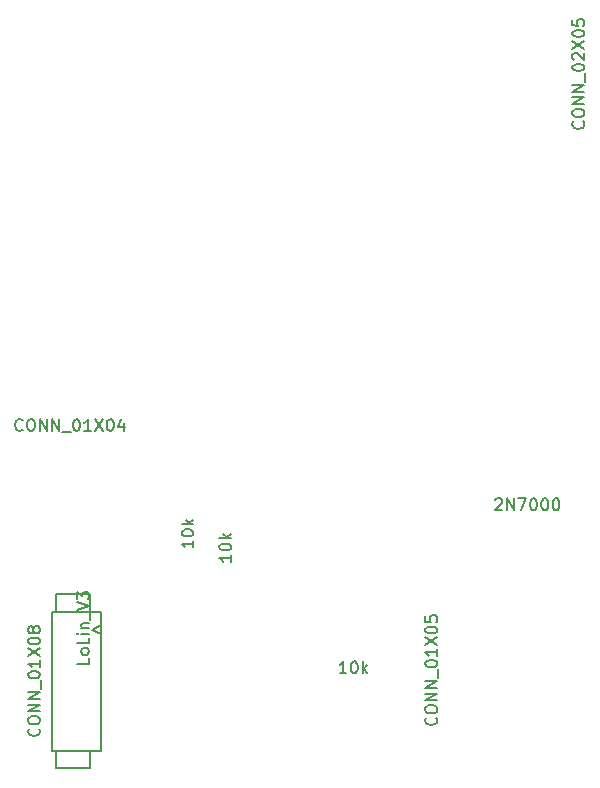
<source format=gbr>
G04 #@! TF.FileFunction,Other,Fab,Top*
%FSLAX46Y46*%
G04 Gerber Fmt 4.6, Leading zero omitted, Abs format (unit mm)*
G04 Created by KiCad (PCBNEW 4.0.6) date 2017 May 11, Thursday 23:22:10*
%MOMM*%
%LPD*%
G01*
G04 APERTURE LIST*
%ADD10C,1.000000*%
%ADD11C,0.150000*%
G04 APERTURE END LIST*
D10*
D11*
X20517500Y-70057500D02*
X24717500Y-70057500D01*
X24717500Y-70057500D02*
X24717500Y-81807500D01*
X24717500Y-81807500D02*
X20517500Y-81807500D01*
X20517500Y-81807500D02*
X20517500Y-70057500D01*
X23717500Y-81807500D02*
X23717500Y-83307500D01*
X23717500Y-83307500D02*
X20917500Y-83307500D01*
X20917500Y-83307500D02*
X20917500Y-81807500D01*
X23717500Y-70057500D02*
X23717500Y-68557500D01*
X23717500Y-68557500D02*
X20917500Y-68557500D01*
X20917500Y-68557500D02*
X20917500Y-70057500D01*
X24717500Y-71157500D02*
X23917500Y-71557500D01*
X23917500Y-71557500D02*
X24717500Y-71957500D01*
X24717500Y-71957500D02*
X24717500Y-71157500D01*
X19424643Y-79956309D02*
X19472262Y-80003928D01*
X19519881Y-80146785D01*
X19519881Y-80242023D01*
X19472262Y-80384881D01*
X19377024Y-80480119D01*
X19281786Y-80527738D01*
X19091310Y-80575357D01*
X18948452Y-80575357D01*
X18757976Y-80527738D01*
X18662738Y-80480119D01*
X18567500Y-80384881D01*
X18519881Y-80242023D01*
X18519881Y-80146785D01*
X18567500Y-80003928D01*
X18615119Y-79956309D01*
X18519881Y-79337262D02*
X18519881Y-79146785D01*
X18567500Y-79051547D01*
X18662738Y-78956309D01*
X18853214Y-78908690D01*
X19186548Y-78908690D01*
X19377024Y-78956309D01*
X19472262Y-79051547D01*
X19519881Y-79146785D01*
X19519881Y-79337262D01*
X19472262Y-79432500D01*
X19377024Y-79527738D01*
X19186548Y-79575357D01*
X18853214Y-79575357D01*
X18662738Y-79527738D01*
X18567500Y-79432500D01*
X18519881Y-79337262D01*
X19519881Y-78480119D02*
X18519881Y-78480119D01*
X19519881Y-77908690D01*
X18519881Y-77908690D01*
X19519881Y-77432500D02*
X18519881Y-77432500D01*
X19519881Y-76861071D01*
X18519881Y-76861071D01*
X19615119Y-76622976D02*
X19615119Y-75861071D01*
X18519881Y-75432500D02*
X18519881Y-75337261D01*
X18567500Y-75242023D01*
X18615119Y-75194404D01*
X18710357Y-75146785D01*
X18900833Y-75099166D01*
X19138929Y-75099166D01*
X19329405Y-75146785D01*
X19424643Y-75194404D01*
X19472262Y-75242023D01*
X19519881Y-75337261D01*
X19519881Y-75432500D01*
X19472262Y-75527738D01*
X19424643Y-75575357D01*
X19329405Y-75622976D01*
X19138929Y-75670595D01*
X18900833Y-75670595D01*
X18710357Y-75622976D01*
X18615119Y-75575357D01*
X18567500Y-75527738D01*
X18519881Y-75432500D01*
X19519881Y-74146785D02*
X19519881Y-74718214D01*
X19519881Y-74432500D02*
X18519881Y-74432500D01*
X18662738Y-74527738D01*
X18757976Y-74622976D01*
X18805595Y-74718214D01*
X18519881Y-73813452D02*
X19519881Y-73146785D01*
X18519881Y-73146785D02*
X19519881Y-73813452D01*
X18519881Y-72575357D02*
X18519881Y-72480118D01*
X18567500Y-72384880D01*
X18615119Y-72337261D01*
X18710357Y-72289642D01*
X18900833Y-72242023D01*
X19138929Y-72242023D01*
X19329405Y-72289642D01*
X19424643Y-72337261D01*
X19472262Y-72384880D01*
X19519881Y-72480118D01*
X19519881Y-72575357D01*
X19472262Y-72670595D01*
X19424643Y-72718214D01*
X19329405Y-72765833D01*
X19138929Y-72813452D01*
X18900833Y-72813452D01*
X18710357Y-72765833D01*
X18615119Y-72718214D01*
X18567500Y-72670595D01*
X18519881Y-72575357D01*
X18948452Y-71670595D02*
X18900833Y-71765833D01*
X18853214Y-71813452D01*
X18757976Y-71861071D01*
X18710357Y-71861071D01*
X18615119Y-71813452D01*
X18567500Y-71765833D01*
X18519881Y-71670595D01*
X18519881Y-71480118D01*
X18567500Y-71384880D01*
X18615119Y-71337261D01*
X18710357Y-71289642D01*
X18757976Y-71289642D01*
X18853214Y-71337261D01*
X18900833Y-71384880D01*
X18948452Y-71480118D01*
X18948452Y-71670595D01*
X18996071Y-71765833D01*
X19043690Y-71813452D01*
X19138929Y-71861071D01*
X19329405Y-71861071D01*
X19424643Y-71813452D01*
X19472262Y-71765833D01*
X19519881Y-71670595D01*
X19519881Y-71480118D01*
X19472262Y-71384880D01*
X19424643Y-71337261D01*
X19329405Y-71289642D01*
X19138929Y-71289642D01*
X19043690Y-71337261D01*
X18996071Y-71384880D01*
X18948452Y-71480118D01*
X18043691Y-54649643D02*
X17996072Y-54697262D01*
X17853215Y-54744881D01*
X17757977Y-54744881D01*
X17615119Y-54697262D01*
X17519881Y-54602024D01*
X17472262Y-54506786D01*
X17424643Y-54316310D01*
X17424643Y-54173452D01*
X17472262Y-53982976D01*
X17519881Y-53887738D01*
X17615119Y-53792500D01*
X17757977Y-53744881D01*
X17853215Y-53744881D01*
X17996072Y-53792500D01*
X18043691Y-53840119D01*
X18662738Y-53744881D02*
X18853215Y-53744881D01*
X18948453Y-53792500D01*
X19043691Y-53887738D01*
X19091310Y-54078214D01*
X19091310Y-54411548D01*
X19043691Y-54602024D01*
X18948453Y-54697262D01*
X18853215Y-54744881D01*
X18662738Y-54744881D01*
X18567500Y-54697262D01*
X18472262Y-54602024D01*
X18424643Y-54411548D01*
X18424643Y-54078214D01*
X18472262Y-53887738D01*
X18567500Y-53792500D01*
X18662738Y-53744881D01*
X19519881Y-54744881D02*
X19519881Y-53744881D01*
X20091310Y-54744881D01*
X20091310Y-53744881D01*
X20567500Y-54744881D02*
X20567500Y-53744881D01*
X21138929Y-54744881D01*
X21138929Y-53744881D01*
X21377024Y-54840119D02*
X22138929Y-54840119D01*
X22567500Y-53744881D02*
X22662739Y-53744881D01*
X22757977Y-53792500D01*
X22805596Y-53840119D01*
X22853215Y-53935357D01*
X22900834Y-54125833D01*
X22900834Y-54363929D01*
X22853215Y-54554405D01*
X22805596Y-54649643D01*
X22757977Y-54697262D01*
X22662739Y-54744881D01*
X22567500Y-54744881D01*
X22472262Y-54697262D01*
X22424643Y-54649643D01*
X22377024Y-54554405D01*
X22329405Y-54363929D01*
X22329405Y-54125833D01*
X22377024Y-53935357D01*
X22424643Y-53840119D01*
X22472262Y-53792500D01*
X22567500Y-53744881D01*
X23853215Y-54744881D02*
X23281786Y-54744881D01*
X23567500Y-54744881D02*
X23567500Y-53744881D01*
X23472262Y-53887738D01*
X23377024Y-53982976D01*
X23281786Y-54030595D01*
X24186548Y-53744881D02*
X24853215Y-54744881D01*
X24853215Y-53744881D02*
X24186548Y-54744881D01*
X25424643Y-53744881D02*
X25519882Y-53744881D01*
X25615120Y-53792500D01*
X25662739Y-53840119D01*
X25710358Y-53935357D01*
X25757977Y-54125833D01*
X25757977Y-54363929D01*
X25710358Y-54554405D01*
X25662739Y-54649643D01*
X25615120Y-54697262D01*
X25519882Y-54744881D01*
X25424643Y-54744881D01*
X25329405Y-54697262D01*
X25281786Y-54649643D01*
X25234167Y-54554405D01*
X25186548Y-54363929D01*
X25186548Y-54125833D01*
X25234167Y-53935357D01*
X25281786Y-53840119D01*
X25329405Y-53792500D01*
X25424643Y-53744881D01*
X26615120Y-54078214D02*
X26615120Y-54744881D01*
X26377024Y-53697262D02*
X26138929Y-54411548D01*
X26757977Y-54411548D01*
X65504643Y-28536309D02*
X65552262Y-28583928D01*
X65599881Y-28726785D01*
X65599881Y-28822023D01*
X65552262Y-28964881D01*
X65457024Y-29060119D01*
X65361786Y-29107738D01*
X65171310Y-29155357D01*
X65028452Y-29155357D01*
X64837976Y-29107738D01*
X64742738Y-29060119D01*
X64647500Y-28964881D01*
X64599881Y-28822023D01*
X64599881Y-28726785D01*
X64647500Y-28583928D01*
X64695119Y-28536309D01*
X64599881Y-27917262D02*
X64599881Y-27726785D01*
X64647500Y-27631547D01*
X64742738Y-27536309D01*
X64933214Y-27488690D01*
X65266548Y-27488690D01*
X65457024Y-27536309D01*
X65552262Y-27631547D01*
X65599881Y-27726785D01*
X65599881Y-27917262D01*
X65552262Y-28012500D01*
X65457024Y-28107738D01*
X65266548Y-28155357D01*
X64933214Y-28155357D01*
X64742738Y-28107738D01*
X64647500Y-28012500D01*
X64599881Y-27917262D01*
X65599881Y-27060119D02*
X64599881Y-27060119D01*
X65599881Y-26488690D01*
X64599881Y-26488690D01*
X65599881Y-26012500D02*
X64599881Y-26012500D01*
X65599881Y-25441071D01*
X64599881Y-25441071D01*
X65695119Y-25202976D02*
X65695119Y-24441071D01*
X64599881Y-24012500D02*
X64599881Y-23917261D01*
X64647500Y-23822023D01*
X64695119Y-23774404D01*
X64790357Y-23726785D01*
X64980833Y-23679166D01*
X65218929Y-23679166D01*
X65409405Y-23726785D01*
X65504643Y-23774404D01*
X65552262Y-23822023D01*
X65599881Y-23917261D01*
X65599881Y-24012500D01*
X65552262Y-24107738D01*
X65504643Y-24155357D01*
X65409405Y-24202976D01*
X65218929Y-24250595D01*
X64980833Y-24250595D01*
X64790357Y-24202976D01*
X64695119Y-24155357D01*
X64647500Y-24107738D01*
X64599881Y-24012500D01*
X64695119Y-23298214D02*
X64647500Y-23250595D01*
X64599881Y-23155357D01*
X64599881Y-22917261D01*
X64647500Y-22822023D01*
X64695119Y-22774404D01*
X64790357Y-22726785D01*
X64885595Y-22726785D01*
X65028452Y-22774404D01*
X65599881Y-23345833D01*
X65599881Y-22726785D01*
X64599881Y-22393452D02*
X65599881Y-21726785D01*
X64599881Y-21726785D02*
X65599881Y-22393452D01*
X64599881Y-21155357D02*
X64599881Y-21060118D01*
X64647500Y-20964880D01*
X64695119Y-20917261D01*
X64790357Y-20869642D01*
X64980833Y-20822023D01*
X65218929Y-20822023D01*
X65409405Y-20869642D01*
X65504643Y-20917261D01*
X65552262Y-20964880D01*
X65599881Y-21060118D01*
X65599881Y-21155357D01*
X65552262Y-21250595D01*
X65504643Y-21298214D01*
X65409405Y-21345833D01*
X65218929Y-21393452D01*
X64980833Y-21393452D01*
X64790357Y-21345833D01*
X64695119Y-21298214D01*
X64647500Y-21250595D01*
X64599881Y-21155357D01*
X64599881Y-19917261D02*
X64599881Y-20393452D01*
X65076071Y-20441071D01*
X65028452Y-20393452D01*
X64980833Y-20298214D01*
X64980833Y-20060118D01*
X65028452Y-19964880D01*
X65076071Y-19917261D01*
X65171310Y-19869642D01*
X65409405Y-19869642D01*
X65504643Y-19917261D01*
X65552262Y-19964880D01*
X65599881Y-20060118D01*
X65599881Y-20298214D01*
X65552262Y-20393452D01*
X65504643Y-20441071D01*
X53057143Y-79023809D02*
X53104762Y-79071428D01*
X53152381Y-79214285D01*
X53152381Y-79309523D01*
X53104762Y-79452381D01*
X53009524Y-79547619D01*
X52914286Y-79595238D01*
X52723810Y-79642857D01*
X52580952Y-79642857D01*
X52390476Y-79595238D01*
X52295238Y-79547619D01*
X52200000Y-79452381D01*
X52152381Y-79309523D01*
X52152381Y-79214285D01*
X52200000Y-79071428D01*
X52247619Y-79023809D01*
X52152381Y-78404762D02*
X52152381Y-78214285D01*
X52200000Y-78119047D01*
X52295238Y-78023809D01*
X52485714Y-77976190D01*
X52819048Y-77976190D01*
X53009524Y-78023809D01*
X53104762Y-78119047D01*
X53152381Y-78214285D01*
X53152381Y-78404762D01*
X53104762Y-78500000D01*
X53009524Y-78595238D01*
X52819048Y-78642857D01*
X52485714Y-78642857D01*
X52295238Y-78595238D01*
X52200000Y-78500000D01*
X52152381Y-78404762D01*
X53152381Y-77547619D02*
X52152381Y-77547619D01*
X53152381Y-76976190D01*
X52152381Y-76976190D01*
X53152381Y-76500000D02*
X52152381Y-76500000D01*
X53152381Y-75928571D01*
X52152381Y-75928571D01*
X53247619Y-75690476D02*
X53247619Y-74928571D01*
X52152381Y-74500000D02*
X52152381Y-74404761D01*
X52200000Y-74309523D01*
X52247619Y-74261904D01*
X52342857Y-74214285D01*
X52533333Y-74166666D01*
X52771429Y-74166666D01*
X52961905Y-74214285D01*
X53057143Y-74261904D01*
X53104762Y-74309523D01*
X53152381Y-74404761D01*
X53152381Y-74500000D01*
X53104762Y-74595238D01*
X53057143Y-74642857D01*
X52961905Y-74690476D01*
X52771429Y-74738095D01*
X52533333Y-74738095D01*
X52342857Y-74690476D01*
X52247619Y-74642857D01*
X52200000Y-74595238D01*
X52152381Y-74500000D01*
X53152381Y-73214285D02*
X53152381Y-73785714D01*
X53152381Y-73500000D02*
X52152381Y-73500000D01*
X52295238Y-73595238D01*
X52390476Y-73690476D01*
X52438095Y-73785714D01*
X52152381Y-72880952D02*
X53152381Y-72214285D01*
X52152381Y-72214285D02*
X53152381Y-72880952D01*
X52152381Y-71642857D02*
X52152381Y-71547618D01*
X52200000Y-71452380D01*
X52247619Y-71404761D01*
X52342857Y-71357142D01*
X52533333Y-71309523D01*
X52771429Y-71309523D01*
X52961905Y-71357142D01*
X53057143Y-71404761D01*
X53104762Y-71452380D01*
X53152381Y-71547618D01*
X53152381Y-71642857D01*
X53104762Y-71738095D01*
X53057143Y-71785714D01*
X52961905Y-71833333D01*
X52771429Y-71880952D01*
X52533333Y-71880952D01*
X52342857Y-71833333D01*
X52247619Y-71785714D01*
X52200000Y-71738095D01*
X52152381Y-71642857D01*
X52152381Y-70404761D02*
X52152381Y-70880952D01*
X52628571Y-70928571D01*
X52580952Y-70880952D01*
X52533333Y-70785714D01*
X52533333Y-70547618D01*
X52580952Y-70452380D01*
X52628571Y-70404761D01*
X52723810Y-70357142D01*
X52961905Y-70357142D01*
X53057143Y-70404761D01*
X53104762Y-70452380D01*
X53152381Y-70547618D01*
X53152381Y-70785714D01*
X53104762Y-70880952D01*
X53057143Y-70928571D01*
X23659881Y-73956309D02*
X23659881Y-74432500D01*
X22659881Y-74432500D01*
X23659881Y-73480119D02*
X23612262Y-73575357D01*
X23564643Y-73622976D01*
X23469405Y-73670595D01*
X23183690Y-73670595D01*
X23088452Y-73622976D01*
X23040833Y-73575357D01*
X22993214Y-73480119D01*
X22993214Y-73337261D01*
X23040833Y-73242023D01*
X23088452Y-73194404D01*
X23183690Y-73146785D01*
X23469405Y-73146785D01*
X23564643Y-73194404D01*
X23612262Y-73242023D01*
X23659881Y-73337261D01*
X23659881Y-73480119D01*
X23659881Y-72242023D02*
X23659881Y-72718214D01*
X22659881Y-72718214D01*
X23659881Y-71908690D02*
X22993214Y-71908690D01*
X22659881Y-71908690D02*
X22707500Y-71956309D01*
X22755119Y-71908690D01*
X22707500Y-71861071D01*
X22659881Y-71908690D01*
X22755119Y-71908690D01*
X22993214Y-71432500D02*
X23659881Y-71432500D01*
X23088452Y-71432500D02*
X23040833Y-71384881D01*
X22993214Y-71289643D01*
X22993214Y-71146785D01*
X23040833Y-71051547D01*
X23136071Y-71003928D01*
X23659881Y-71003928D01*
X23755119Y-70765833D02*
X23755119Y-70003928D01*
X22659881Y-69908690D02*
X23659881Y-69575357D01*
X22659881Y-69242023D01*
X22659881Y-69003928D02*
X22659881Y-68384880D01*
X23040833Y-68718214D01*
X23040833Y-68575356D01*
X23088452Y-68480118D01*
X23136071Y-68432499D01*
X23231310Y-68384880D01*
X23469405Y-68384880D01*
X23564643Y-68432499D01*
X23612262Y-68480118D01*
X23659881Y-68575356D01*
X23659881Y-68861071D01*
X23612262Y-68956309D01*
X23564643Y-69003928D01*
X58075714Y-60547619D02*
X58123333Y-60500000D01*
X58218571Y-60452381D01*
X58456667Y-60452381D01*
X58551905Y-60500000D01*
X58599524Y-60547619D01*
X58647143Y-60642857D01*
X58647143Y-60738095D01*
X58599524Y-60880952D01*
X58028095Y-61452381D01*
X58647143Y-61452381D01*
X59075714Y-61452381D02*
X59075714Y-60452381D01*
X59647143Y-61452381D01*
X59647143Y-60452381D01*
X60028095Y-60452381D02*
X60694762Y-60452381D01*
X60266190Y-61452381D01*
X61266190Y-60452381D02*
X61361429Y-60452381D01*
X61456667Y-60500000D01*
X61504286Y-60547619D01*
X61551905Y-60642857D01*
X61599524Y-60833333D01*
X61599524Y-61071429D01*
X61551905Y-61261905D01*
X61504286Y-61357143D01*
X61456667Y-61404762D01*
X61361429Y-61452381D01*
X61266190Y-61452381D01*
X61170952Y-61404762D01*
X61123333Y-61357143D01*
X61075714Y-61261905D01*
X61028095Y-61071429D01*
X61028095Y-60833333D01*
X61075714Y-60642857D01*
X61123333Y-60547619D01*
X61170952Y-60500000D01*
X61266190Y-60452381D01*
X62218571Y-60452381D02*
X62313810Y-60452381D01*
X62409048Y-60500000D01*
X62456667Y-60547619D01*
X62504286Y-60642857D01*
X62551905Y-60833333D01*
X62551905Y-61071429D01*
X62504286Y-61261905D01*
X62456667Y-61357143D01*
X62409048Y-61404762D01*
X62313810Y-61452381D01*
X62218571Y-61452381D01*
X62123333Y-61404762D01*
X62075714Y-61357143D01*
X62028095Y-61261905D01*
X61980476Y-61071429D01*
X61980476Y-60833333D01*
X62028095Y-60642857D01*
X62075714Y-60547619D01*
X62123333Y-60500000D01*
X62218571Y-60452381D01*
X63170952Y-60452381D02*
X63266191Y-60452381D01*
X63361429Y-60500000D01*
X63409048Y-60547619D01*
X63456667Y-60642857D01*
X63504286Y-60833333D01*
X63504286Y-61071429D01*
X63456667Y-61261905D01*
X63409048Y-61357143D01*
X63361429Y-61404762D01*
X63266191Y-61452381D01*
X63170952Y-61452381D01*
X63075714Y-61404762D01*
X63028095Y-61357143D01*
X62980476Y-61261905D01*
X62932857Y-61071429D01*
X62932857Y-60833333D01*
X62980476Y-60642857D01*
X63028095Y-60547619D01*
X63075714Y-60500000D01*
X63170952Y-60452381D01*
X35702381Y-65225238D02*
X35702381Y-65796667D01*
X35702381Y-65510953D02*
X34702381Y-65510953D01*
X34845238Y-65606191D01*
X34940476Y-65701429D01*
X34988095Y-65796667D01*
X34702381Y-64606191D02*
X34702381Y-64510952D01*
X34750000Y-64415714D01*
X34797619Y-64368095D01*
X34892857Y-64320476D01*
X35083333Y-64272857D01*
X35321429Y-64272857D01*
X35511905Y-64320476D01*
X35607143Y-64368095D01*
X35654762Y-64415714D01*
X35702381Y-64510952D01*
X35702381Y-64606191D01*
X35654762Y-64701429D01*
X35607143Y-64749048D01*
X35511905Y-64796667D01*
X35321429Y-64844286D01*
X35083333Y-64844286D01*
X34892857Y-64796667D01*
X34797619Y-64749048D01*
X34750000Y-64701429D01*
X34702381Y-64606191D01*
X35702381Y-63844286D02*
X34702381Y-63844286D01*
X35321429Y-63749048D02*
X35702381Y-63463333D01*
X35035714Y-63463333D02*
X35416667Y-63844286D01*
X32512381Y-64035238D02*
X32512381Y-64606667D01*
X32512381Y-64320953D02*
X31512381Y-64320953D01*
X31655238Y-64416191D01*
X31750476Y-64511429D01*
X31798095Y-64606667D01*
X31512381Y-63416191D02*
X31512381Y-63320952D01*
X31560000Y-63225714D01*
X31607619Y-63178095D01*
X31702857Y-63130476D01*
X31893333Y-63082857D01*
X32131429Y-63082857D01*
X32321905Y-63130476D01*
X32417143Y-63178095D01*
X32464762Y-63225714D01*
X32512381Y-63320952D01*
X32512381Y-63416191D01*
X32464762Y-63511429D01*
X32417143Y-63559048D01*
X32321905Y-63606667D01*
X32131429Y-63654286D01*
X31893333Y-63654286D01*
X31702857Y-63606667D01*
X31607619Y-63559048D01*
X31560000Y-63511429D01*
X31512381Y-63416191D01*
X32512381Y-62654286D02*
X31512381Y-62654286D01*
X32131429Y-62559048D02*
X32512381Y-62273333D01*
X31845714Y-62273333D02*
X32226667Y-62654286D01*
X45464762Y-75262381D02*
X44893333Y-75262381D01*
X45179047Y-75262381D02*
X45179047Y-74262381D01*
X45083809Y-74405238D01*
X44988571Y-74500476D01*
X44893333Y-74548095D01*
X46083809Y-74262381D02*
X46179048Y-74262381D01*
X46274286Y-74310000D01*
X46321905Y-74357619D01*
X46369524Y-74452857D01*
X46417143Y-74643333D01*
X46417143Y-74881429D01*
X46369524Y-75071905D01*
X46321905Y-75167143D01*
X46274286Y-75214762D01*
X46179048Y-75262381D01*
X46083809Y-75262381D01*
X45988571Y-75214762D01*
X45940952Y-75167143D01*
X45893333Y-75071905D01*
X45845714Y-74881429D01*
X45845714Y-74643333D01*
X45893333Y-74452857D01*
X45940952Y-74357619D01*
X45988571Y-74310000D01*
X46083809Y-74262381D01*
X46845714Y-75262381D02*
X46845714Y-74262381D01*
X46940952Y-74881429D02*
X47226667Y-75262381D01*
X47226667Y-74595714D02*
X46845714Y-74976667D01*
M02*

</source>
